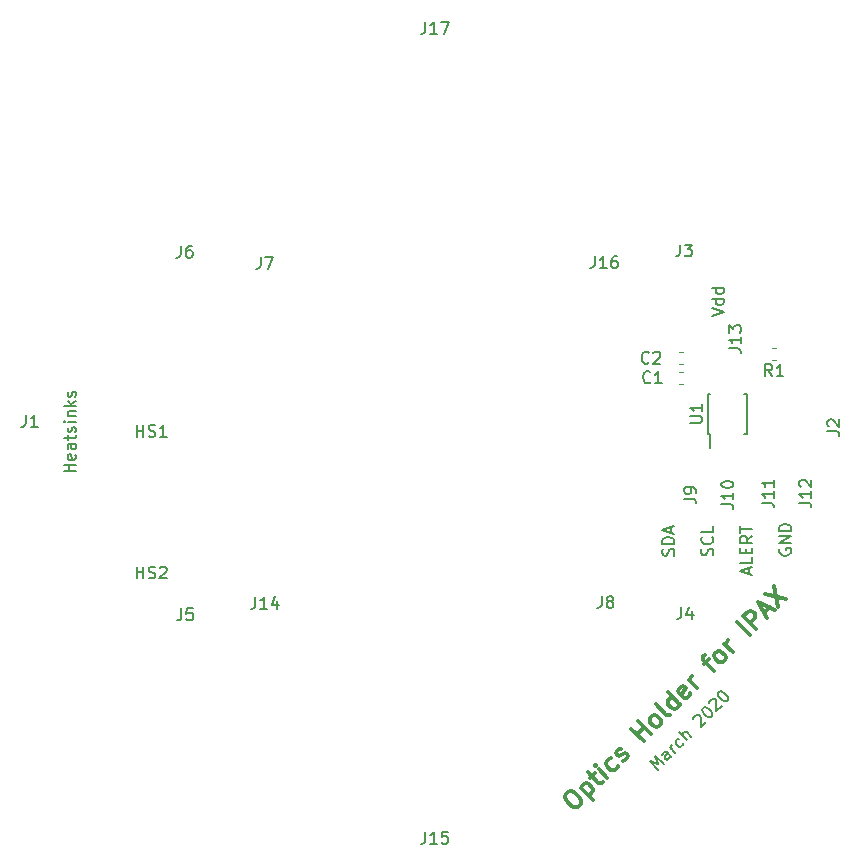
<source format=gbr>
G04 #@! TF.GenerationSoftware,KiCad,Pcbnew,(5.0.0)*
G04 #@! TF.CreationDate,2020-03-19T15:53:23-07:00*
G04 #@! TF.ProjectId,ring_illuminator,72696E675F696C6C756D696E61746F72,rev?*
G04 #@! TF.SameCoordinates,Original*
G04 #@! TF.FileFunction,Legend,Top*
G04 #@! TF.FilePolarity,Positive*
%FSLAX46Y46*%
G04 Gerber Fmt 4.6, Leading zero omitted, Abs format (unit mm)*
G04 Created by KiCad (PCBNEW (5.0.0)) date 03/19/20 15:53:23*
%MOMM*%
%LPD*%
G01*
G04 APERTURE LIST*
%ADD10C,0.200000*%
%ADD11C,0.300000*%
%ADD12C,0.120000*%
%ADD13C,0.150000*%
G04 APERTURE END LIST*
D10*
X-30408619Y-3738142D02*
X-31408619Y-3738142D01*
X-30932428Y-3738142D02*
X-30932428Y-3166714D01*
X-30408619Y-3166714D02*
X-31408619Y-3166714D01*
X-30456238Y-2309571D02*
X-30408619Y-2404809D01*
X-30408619Y-2595285D01*
X-30456238Y-2690523D01*
X-30551476Y-2738142D01*
X-30932428Y-2738142D01*
X-31027666Y-2690523D01*
X-31075285Y-2595285D01*
X-31075285Y-2404809D01*
X-31027666Y-2309571D01*
X-30932428Y-2261952D01*
X-30837190Y-2261952D01*
X-30741952Y-2738142D01*
X-30408619Y-1404809D02*
X-30932428Y-1404809D01*
X-31027666Y-1452428D01*
X-31075285Y-1547666D01*
X-31075285Y-1738142D01*
X-31027666Y-1833380D01*
X-30456238Y-1404809D02*
X-30408619Y-1500047D01*
X-30408619Y-1738142D01*
X-30456238Y-1833380D01*
X-30551476Y-1881000D01*
X-30646714Y-1881000D01*
X-30741952Y-1833380D01*
X-30789571Y-1738142D01*
X-30789571Y-1500047D01*
X-30837190Y-1404809D01*
X-31075285Y-1071476D02*
X-31075285Y-690523D01*
X-31408619Y-928619D02*
X-30551476Y-928619D01*
X-30456238Y-881000D01*
X-30408619Y-785761D01*
X-30408619Y-690523D01*
X-30456238Y-404809D02*
X-30408619Y-309571D01*
X-30408619Y-119095D01*
X-30456238Y-23857D01*
X-30551476Y23761D01*
X-30599095Y23761D01*
X-30694333Y-23857D01*
X-30741952Y-119095D01*
X-30741952Y-261952D01*
X-30789571Y-357190D01*
X-30884809Y-404809D01*
X-30932428Y-404809D01*
X-31027666Y-357190D01*
X-31075285Y-261952D01*
X-31075285Y-119095D01*
X-31027666Y-23857D01*
X-30408619Y452333D02*
X-31075285Y452333D01*
X-31408619Y452333D02*
X-31361000Y404714D01*
X-31313380Y452333D01*
X-31361000Y499952D01*
X-31408619Y452333D01*
X-31313380Y452333D01*
X-31075285Y928523D02*
X-30408619Y928523D01*
X-30980047Y928523D02*
X-31027666Y976142D01*
X-31075285Y1071380D01*
X-31075285Y1214238D01*
X-31027666Y1309476D01*
X-30932428Y1357095D01*
X-30408619Y1357095D01*
X-30408619Y1833285D02*
X-31408619Y1833285D01*
X-30789571Y1928523D02*
X-30408619Y2214238D01*
X-31075285Y2214238D02*
X-30694333Y1833285D01*
X-30456238Y2595190D02*
X-30408619Y2690428D01*
X-30408619Y2880904D01*
X-30456238Y2976142D01*
X-30551476Y3023761D01*
X-30599095Y3023761D01*
X-30694333Y2976142D01*
X-30741952Y2880904D01*
X-30741952Y2738047D01*
X-30789571Y2642809D01*
X-30884809Y2595190D01*
X-30932428Y2595190D01*
X-31027666Y2642809D01*
X-31075285Y2738047D01*
X-31075285Y2880904D01*
X-31027666Y2976142D01*
X18896259Y-28987503D02*
X18189153Y-28280396D01*
X18929931Y-28549770D01*
X18660557Y-27808992D01*
X19367664Y-28516098D01*
X20007427Y-27876335D02*
X19637038Y-27505946D01*
X19536023Y-27472274D01*
X19435007Y-27505946D01*
X19300320Y-27640633D01*
X19266649Y-27741648D01*
X19973755Y-27842663D02*
X19940084Y-27943679D01*
X19771725Y-28112037D01*
X19670710Y-28145709D01*
X19569694Y-28112037D01*
X19502351Y-28044694D01*
X19468679Y-27943679D01*
X19502351Y-27842663D01*
X19670710Y-27674305D01*
X19704381Y-27573289D01*
X20344145Y-27539618D02*
X19872740Y-27068213D01*
X20007427Y-27202900D02*
X19973755Y-27101885D01*
X19973755Y-27034541D01*
X20007427Y-26933526D01*
X20074771Y-26866183D01*
X21051251Y-26765167D02*
X21017580Y-26866183D01*
X20882893Y-27000870D01*
X20781877Y-27034541D01*
X20714534Y-27034541D01*
X20613519Y-27000870D01*
X20411488Y-26798839D01*
X20377816Y-26697824D01*
X20377816Y-26630480D01*
X20411488Y-26529465D01*
X20546175Y-26394778D01*
X20647190Y-26361106D01*
X21387969Y-26495793D02*
X20680862Y-25788687D01*
X21691015Y-26192748D02*
X21320625Y-25822358D01*
X21219610Y-25788687D01*
X21118595Y-25822358D01*
X21017580Y-25923374D01*
X20983908Y-26024389D01*
X20983908Y-26091732D01*
X21893045Y-24711190D02*
X21893045Y-24643847D01*
X21926717Y-24542832D01*
X22095076Y-24374473D01*
X22196091Y-24340801D01*
X22263435Y-24340801D01*
X22364450Y-24374473D01*
X22431793Y-24441816D01*
X22499137Y-24576503D01*
X22499137Y-25384625D01*
X22936870Y-24946893D01*
X22667496Y-23802053D02*
X22734839Y-23734710D01*
X22835854Y-23701038D01*
X22903198Y-23701038D01*
X23004213Y-23734710D01*
X23172572Y-23835725D01*
X23340931Y-24004084D01*
X23441946Y-24172442D01*
X23475618Y-24273458D01*
X23475618Y-24340801D01*
X23441946Y-24441816D01*
X23374602Y-24509160D01*
X23273587Y-24542832D01*
X23206244Y-24542832D01*
X23105228Y-24509160D01*
X22936870Y-24408145D01*
X22768511Y-24239786D01*
X22667496Y-24071427D01*
X22633824Y-23970412D01*
X22633824Y-23903068D01*
X22667496Y-23802053D01*
X23239915Y-23364320D02*
X23239915Y-23296977D01*
X23273587Y-23195962D01*
X23441946Y-23027603D01*
X23542961Y-22993931D01*
X23610305Y-22993931D01*
X23711320Y-23027603D01*
X23778663Y-23094946D01*
X23846007Y-23229633D01*
X23846007Y-24037755D01*
X24283740Y-23600023D01*
X24014366Y-22455183D02*
X24081709Y-22387840D01*
X24182724Y-22354168D01*
X24250068Y-22354168D01*
X24351083Y-22387840D01*
X24519442Y-22488855D01*
X24687801Y-22657214D01*
X24788816Y-22825572D01*
X24822488Y-22926588D01*
X24822488Y-22993931D01*
X24788816Y-23094946D01*
X24721472Y-23162290D01*
X24620457Y-23195962D01*
X24553114Y-23195962D01*
X24452098Y-23162290D01*
X24283740Y-23061275D01*
X24115381Y-22892916D01*
X24014366Y-22724557D01*
X23980694Y-22623542D01*
X23980694Y-22556198D01*
X24014366Y-22455183D01*
D11*
X11077104Y-31068220D02*
X11279134Y-30866189D01*
X11430657Y-30815682D01*
X11632688Y-30815682D01*
X11885226Y-30967205D01*
X12238779Y-31320758D01*
X12390302Y-31573296D01*
X12390302Y-31775327D01*
X12339794Y-31926850D01*
X12137764Y-32128880D01*
X11986241Y-32179388D01*
X11784210Y-32179388D01*
X11531672Y-32027865D01*
X11178119Y-31674311D01*
X11026596Y-31421773D01*
X11026596Y-31219743D01*
X11077104Y-31068220D01*
X12339794Y-30512636D02*
X13400455Y-31573296D01*
X12390302Y-30563144D02*
X12440810Y-30411621D01*
X12642840Y-30209590D01*
X12794363Y-30159083D01*
X12895378Y-30159083D01*
X13046901Y-30209590D01*
X13349947Y-30512636D01*
X13400455Y-30664159D01*
X13400455Y-30765174D01*
X13349947Y-30916697D01*
X13147916Y-31118727D01*
X12996394Y-31169235D01*
X13147916Y-29704514D02*
X13551977Y-29300453D01*
X12945886Y-29199438D02*
X13855023Y-30108575D01*
X14006546Y-30159083D01*
X14158069Y-30108575D01*
X14259084Y-30007560D01*
X14612638Y-29654006D02*
X13905531Y-28946900D01*
X13551977Y-28593346D02*
X13551977Y-28694361D01*
X13652993Y-28694361D01*
X13652993Y-28593346D01*
X13551977Y-28593346D01*
X13652993Y-28694361D01*
X15521775Y-28643854D02*
X15471267Y-28795377D01*
X15269237Y-28997407D01*
X15117714Y-29047915D01*
X15016699Y-29047915D01*
X14865176Y-28997407D01*
X14562130Y-28694361D01*
X14511622Y-28542838D01*
X14511622Y-28441823D01*
X14562130Y-28290300D01*
X14764161Y-28088270D01*
X14915683Y-28037762D01*
X15925836Y-28239793D02*
X16077359Y-28189285D01*
X16279389Y-27987255D01*
X16329897Y-27835732D01*
X16279389Y-27684209D01*
X16228882Y-27633701D01*
X16077359Y-27583194D01*
X15925836Y-27633701D01*
X15774313Y-27785224D01*
X15622790Y-27835732D01*
X15471267Y-27785224D01*
X15420760Y-27734716D01*
X15370252Y-27583194D01*
X15420760Y-27431671D01*
X15572283Y-27280148D01*
X15723805Y-27229640D01*
X17693603Y-26573041D02*
X16632943Y-25512381D01*
X17138019Y-26017457D02*
X17744111Y-25411366D01*
X18299694Y-25966950D02*
X17239034Y-24906289D01*
X18956294Y-25310350D02*
X18804771Y-25360858D01*
X18703755Y-25360858D01*
X18552233Y-25310350D01*
X18249187Y-25007305D01*
X18198679Y-24855782D01*
X18198679Y-24754766D01*
X18249187Y-24603244D01*
X18400710Y-24451721D01*
X18552233Y-24401213D01*
X18653248Y-24401213D01*
X18804771Y-24451721D01*
X19107816Y-24754766D01*
X19158324Y-24906289D01*
X19158324Y-25007305D01*
X19107816Y-25158827D01*
X18956294Y-25310350D01*
X19915938Y-24350705D02*
X19764416Y-24401213D01*
X19612893Y-24350705D01*
X18703755Y-23441568D01*
X20774568Y-23492076D02*
X19713908Y-22431416D01*
X20724061Y-23441568D02*
X20673553Y-23593091D01*
X20471522Y-23795122D01*
X20320000Y-23845629D01*
X20218984Y-23845629D01*
X20067461Y-23795122D01*
X19764416Y-23492076D01*
X19713908Y-23340553D01*
X19713908Y-23239538D01*
X19764416Y-23088015D01*
X19966446Y-22885984D01*
X20117969Y-22835477D01*
X21633198Y-22532431D02*
X21582690Y-22683954D01*
X21380660Y-22885984D01*
X21229137Y-22936492D01*
X21077614Y-22885984D01*
X20673553Y-22481923D01*
X20623045Y-22330400D01*
X20673553Y-22178877D01*
X20875583Y-21976847D01*
X21027106Y-21926339D01*
X21178629Y-21976847D01*
X21279644Y-22077862D01*
X20875583Y-22683954D01*
X22188782Y-22077862D02*
X21481675Y-21370755D01*
X21683705Y-21572786D02*
X21633198Y-21421263D01*
X21633198Y-21320248D01*
X21683705Y-21168725D01*
X21784721Y-21067710D01*
X22794873Y-20057557D02*
X23198934Y-19653496D01*
X23653503Y-20613141D02*
X22744366Y-19704004D01*
X22693858Y-19552481D01*
X22744366Y-19400958D01*
X22845381Y-19299943D01*
X24411117Y-19855527D02*
X24259594Y-19906034D01*
X24158579Y-19906034D01*
X24007056Y-19855527D01*
X23704011Y-19552481D01*
X23653503Y-19400958D01*
X23653503Y-19299943D01*
X23704011Y-19148420D01*
X23855533Y-18996897D01*
X24007056Y-18946389D01*
X24108072Y-18946389D01*
X24259594Y-18996897D01*
X24562640Y-19299943D01*
X24613148Y-19451466D01*
X24613148Y-19552481D01*
X24562640Y-19704004D01*
X24411117Y-19855527D01*
X25219239Y-19047405D02*
X24512133Y-18340298D01*
X24714163Y-18542328D02*
X24663655Y-18390805D01*
X24663655Y-18289790D01*
X24714163Y-18138267D01*
X24815178Y-18037252D01*
X26683961Y-17582683D02*
X25623300Y-16522023D01*
X27189037Y-17077607D02*
X26128377Y-16016947D01*
X26532438Y-15612886D01*
X26683961Y-15562378D01*
X26784976Y-15562378D01*
X26936499Y-15612886D01*
X27088022Y-15764409D01*
X27138529Y-15915932D01*
X27138529Y-16016947D01*
X27088022Y-16168470D01*
X26683961Y-16572531D01*
X27896144Y-15764409D02*
X28401220Y-15259333D01*
X28098174Y-16168470D02*
X27391067Y-14754256D01*
X28805281Y-15461363D01*
X27997159Y-14148165D02*
X29764926Y-14501718D01*
X28704266Y-13441058D02*
X29057819Y-15208825D01*
D10*
X23455380Y9429904D02*
X24455380Y9763238D01*
X23455380Y10096571D01*
X24455380Y10858476D02*
X23455380Y10858476D01*
X24407761Y10858476D02*
X24455380Y10763238D01*
X24455380Y10572761D01*
X24407761Y10477523D01*
X24360142Y10429904D01*
X24264904Y10382285D01*
X23979190Y10382285D01*
X23883952Y10429904D01*
X23836333Y10477523D01*
X23788714Y10572761D01*
X23788714Y10763238D01*
X23836333Y10858476D01*
X24455380Y11763238D02*
X23455380Y11763238D01*
X24407761Y11763238D02*
X24455380Y11668000D01*
X24455380Y11477523D01*
X24407761Y11382285D01*
X24360142Y11334666D01*
X24264904Y11287047D01*
X23979190Y11287047D01*
X23883952Y11334666D01*
X23836333Y11382285D01*
X23788714Y11477523D01*
X23788714Y11668000D01*
X23836333Y11763238D01*
X29218000Y-10286904D02*
X29170380Y-10382142D01*
X29170380Y-10525000D01*
X29218000Y-10667857D01*
X29313238Y-10763095D01*
X29408476Y-10810714D01*
X29598952Y-10858333D01*
X29741809Y-10858333D01*
X29932285Y-10810714D01*
X30027523Y-10763095D01*
X30122761Y-10667857D01*
X30170380Y-10525000D01*
X30170380Y-10429761D01*
X30122761Y-10286904D01*
X30075142Y-10239285D01*
X29741809Y-10239285D01*
X29741809Y-10429761D01*
X30170380Y-9810714D02*
X29170380Y-9810714D01*
X30170380Y-9239285D01*
X29170380Y-9239285D01*
X30170380Y-8763095D02*
X29170380Y-8763095D01*
X29170380Y-8525000D01*
X29218000Y-8382142D01*
X29313238Y-8286904D01*
X29408476Y-8239285D01*
X29598952Y-8191666D01*
X29741809Y-8191666D01*
X29932285Y-8239285D01*
X30027523Y-8286904D01*
X30122761Y-8382142D01*
X30170380Y-8525000D01*
X30170380Y-8763095D01*
X26582666Y-12390190D02*
X26582666Y-11914000D01*
X26868380Y-12485428D02*
X25868380Y-12152095D01*
X26868380Y-11818761D01*
X26868380Y-11009238D02*
X26868380Y-11485428D01*
X25868380Y-11485428D01*
X26344571Y-10675904D02*
X26344571Y-10342571D01*
X26868380Y-10199714D02*
X26868380Y-10675904D01*
X25868380Y-10675904D01*
X25868380Y-10199714D01*
X26868380Y-9199714D02*
X26392190Y-9533047D01*
X26868380Y-9771142D02*
X25868380Y-9771142D01*
X25868380Y-9390190D01*
X25916000Y-9294952D01*
X25963619Y-9247333D01*
X26058857Y-9199714D01*
X26201714Y-9199714D01*
X26296952Y-9247333D01*
X26344571Y-9294952D01*
X26392190Y-9390190D01*
X26392190Y-9771142D01*
X25868380Y-8914000D02*
X25868380Y-8342571D01*
X26868380Y-8628285D02*
X25868380Y-8628285D01*
X23518761Y-10842476D02*
X23566380Y-10699619D01*
X23566380Y-10461523D01*
X23518761Y-10366285D01*
X23471142Y-10318666D01*
X23375904Y-10271047D01*
X23280666Y-10271047D01*
X23185428Y-10318666D01*
X23137809Y-10366285D01*
X23090190Y-10461523D01*
X23042571Y-10652000D01*
X22994952Y-10747238D01*
X22947333Y-10794857D01*
X22852095Y-10842476D01*
X22756857Y-10842476D01*
X22661619Y-10794857D01*
X22614000Y-10747238D01*
X22566380Y-10652000D01*
X22566380Y-10413904D01*
X22614000Y-10271047D01*
X23471142Y-9271047D02*
X23518761Y-9318666D01*
X23566380Y-9461523D01*
X23566380Y-9556761D01*
X23518761Y-9699619D01*
X23423523Y-9794857D01*
X23328285Y-9842476D01*
X23137809Y-9890095D01*
X22994952Y-9890095D01*
X22804476Y-9842476D01*
X22709238Y-9794857D01*
X22614000Y-9699619D01*
X22566380Y-9556761D01*
X22566380Y-9461523D01*
X22614000Y-9318666D01*
X22661619Y-9271047D01*
X23566380Y-8366285D02*
X23566380Y-8842476D01*
X22566380Y-8842476D01*
X20216761Y-10866285D02*
X20264380Y-10723428D01*
X20264380Y-10485333D01*
X20216761Y-10390095D01*
X20169142Y-10342476D01*
X20073904Y-10294857D01*
X19978666Y-10294857D01*
X19883428Y-10342476D01*
X19835809Y-10390095D01*
X19788190Y-10485333D01*
X19740571Y-10675809D01*
X19692952Y-10771047D01*
X19645333Y-10818666D01*
X19550095Y-10866285D01*
X19454857Y-10866285D01*
X19359619Y-10818666D01*
X19312000Y-10771047D01*
X19264380Y-10675809D01*
X19264380Y-10437714D01*
X19312000Y-10294857D01*
X20264380Y-9866285D02*
X19264380Y-9866285D01*
X19264380Y-9628190D01*
X19312000Y-9485333D01*
X19407238Y-9390095D01*
X19502476Y-9342476D01*
X19692952Y-9294857D01*
X19835809Y-9294857D01*
X20026285Y-9342476D01*
X20121523Y-9390095D01*
X20216761Y-9485333D01*
X20264380Y-9628190D01*
X20264380Y-9866285D01*
X19978666Y-8913904D02*
X19978666Y-8437714D01*
X20264380Y-9009142D02*
X19264380Y-8675809D01*
X20264380Y-8342476D01*
D12*
G04 #@! TO.C,C1*
X21016279Y4701000D02*
X20690721Y4701000D01*
X21016279Y3681000D02*
X20690721Y3681000D01*
G04 #@! TO.C,C2*
X21016279Y5332000D02*
X20690721Y5332000D01*
X21016279Y6352000D02*
X20690721Y6352000D01*
D13*
G04 #@! TO.C,U1*
X23090000Y-532000D02*
X23265000Y-532000D01*
X23090000Y2818000D02*
X23340000Y2818000D01*
X26440000Y2818000D02*
X26190000Y2818000D01*
X26440000Y-532000D02*
X26190000Y-532000D01*
X23090000Y-532000D02*
X23090000Y2818000D01*
X26440000Y-532000D02*
X26440000Y2818000D01*
X23265000Y-532000D02*
X23265000Y-1782000D01*
D12*
G04 #@! TO.C,R1*
X28890279Y5713000D02*
X28564721Y5713000D01*
X28890279Y6733000D02*
X28564721Y6733000D01*
G04 #@! TO.C,C1*
D13*
X18248333Y3833857D02*
X18200714Y3786238D01*
X18057857Y3738619D01*
X17962619Y3738619D01*
X17819761Y3786238D01*
X17724523Y3881476D01*
X17676904Y3976714D01*
X17629285Y4167190D01*
X17629285Y4310047D01*
X17676904Y4500523D01*
X17724523Y4595761D01*
X17819761Y4691000D01*
X17962619Y4738619D01*
X18057857Y4738619D01*
X18200714Y4691000D01*
X18248333Y4643380D01*
X19200714Y3738619D02*
X18629285Y3738619D01*
X18915000Y3738619D02*
X18915000Y4738619D01*
X18819761Y4595761D01*
X18724523Y4500523D01*
X18629285Y4452904D01*
G04 #@! TO.C,C2*
X18121333Y5484857D02*
X18073714Y5437238D01*
X17930857Y5389619D01*
X17835619Y5389619D01*
X17692761Y5437238D01*
X17597523Y5532476D01*
X17549904Y5627714D01*
X17502285Y5818190D01*
X17502285Y5961047D01*
X17549904Y6151523D01*
X17597523Y6246761D01*
X17692761Y6342000D01*
X17835619Y6389619D01*
X17930857Y6389619D01*
X18073714Y6342000D01*
X18121333Y6294380D01*
X18502285Y6294380D02*
X18549904Y6342000D01*
X18645142Y6389619D01*
X18883238Y6389619D01*
X18978476Y6342000D01*
X19026095Y6294380D01*
X19073714Y6199142D01*
X19073714Y6103904D01*
X19026095Y5961047D01*
X18454666Y5389619D01*
X19073714Y5389619D01*
G04 #@! TO.C,U1*
X21617380Y381095D02*
X22426904Y381095D01*
X22522142Y428714D01*
X22569761Y476333D01*
X22617380Y571571D01*
X22617380Y762047D01*
X22569761Y857285D01*
X22522142Y904904D01*
X22426904Y952523D01*
X21617380Y952523D01*
X22617380Y1952523D02*
X22617380Y1381095D01*
X22617380Y1666809D02*
X21617380Y1666809D01*
X21760238Y1571571D01*
X21855476Y1476333D01*
X21903095Y1381095D01*
G04 #@! TO.C,R1*
X28560833Y4340619D02*
X28227500Y4816809D01*
X27989404Y4340619D02*
X27989404Y5340619D01*
X28370357Y5340619D01*
X28465595Y5293000D01*
X28513214Y5245380D01*
X28560833Y5150142D01*
X28560833Y5007285D01*
X28513214Y4912047D01*
X28465595Y4864428D01*
X28370357Y4816809D01*
X27989404Y4816809D01*
X29513214Y4340619D02*
X28941785Y4340619D01*
X29227500Y4340619D02*
X29227500Y5340619D01*
X29132261Y5197761D01*
X29037023Y5102523D01*
X28941785Y5054904D01*
G04 #@! TO.C,J13*
X24903180Y6683476D02*
X25617466Y6683476D01*
X25760323Y6635857D01*
X25855561Y6540619D01*
X25903180Y6397761D01*
X25903180Y6302523D01*
X25903180Y7683476D02*
X25903180Y7112047D01*
X25903180Y7397761D02*
X24903180Y7397761D01*
X25046038Y7302523D01*
X25141276Y7207285D01*
X25188895Y7112047D01*
X24903180Y8016809D02*
X24903180Y8635857D01*
X25284133Y8302523D01*
X25284133Y8445380D01*
X25331752Y8540619D01*
X25379371Y8588238D01*
X25474609Y8635857D01*
X25712704Y8635857D01*
X25807942Y8588238D01*
X25855561Y8540619D01*
X25903180Y8445380D01*
X25903180Y8159666D01*
X25855561Y8064428D01*
X25807942Y8016809D01*
G04 #@! TO.C,J12*
X30872180Y-6397523D02*
X31586466Y-6397523D01*
X31729323Y-6445142D01*
X31824561Y-6540380D01*
X31872180Y-6683238D01*
X31872180Y-6778476D01*
X31872180Y-5397523D02*
X31872180Y-5968952D01*
X31872180Y-5683238D02*
X30872180Y-5683238D01*
X31015038Y-5778476D01*
X31110276Y-5873714D01*
X31157895Y-5968952D01*
X30967419Y-5016571D02*
X30919800Y-4968952D01*
X30872180Y-4873714D01*
X30872180Y-4635619D01*
X30919800Y-4540380D01*
X30967419Y-4492761D01*
X31062657Y-4445142D01*
X31157895Y-4445142D01*
X31300752Y-4492761D01*
X31872180Y-5064190D01*
X31872180Y-4445142D01*
G04 #@! TO.C,J11*
X27697180Y-6397523D02*
X28411466Y-6397523D01*
X28554323Y-6445142D01*
X28649561Y-6540380D01*
X28697180Y-6683238D01*
X28697180Y-6778476D01*
X28697180Y-5397523D02*
X28697180Y-5968952D01*
X28697180Y-5683238D02*
X27697180Y-5683238D01*
X27840038Y-5778476D01*
X27935276Y-5873714D01*
X27982895Y-5968952D01*
X28697180Y-4445142D02*
X28697180Y-5016571D01*
X28697180Y-4730857D02*
X27697180Y-4730857D01*
X27840038Y-4826095D01*
X27935276Y-4921333D01*
X27982895Y-5016571D01*
G04 #@! TO.C,J10*
X24268180Y-6524523D02*
X24982466Y-6524523D01*
X25125323Y-6572142D01*
X25220561Y-6667380D01*
X25268180Y-6810238D01*
X25268180Y-6905476D01*
X25268180Y-5524523D02*
X25268180Y-6095952D01*
X25268180Y-5810238D02*
X24268180Y-5810238D01*
X24411038Y-5905476D01*
X24506276Y-6000714D01*
X24553895Y-6095952D01*
X24268180Y-4905476D02*
X24268180Y-4810238D01*
X24315800Y-4715000D01*
X24363419Y-4667380D01*
X24458657Y-4619761D01*
X24649133Y-4572142D01*
X24887228Y-4572142D01*
X25077704Y-4619761D01*
X25172942Y-4667380D01*
X25220561Y-4715000D01*
X25268180Y-4810238D01*
X25268180Y-4905476D01*
X25220561Y-5000714D01*
X25172942Y-5048333D01*
X25077704Y-5095952D01*
X24887228Y-5143571D01*
X24649133Y-5143571D01*
X24458657Y-5095952D01*
X24363419Y-5048333D01*
X24315800Y-5000714D01*
X24268180Y-4905476D01*
G04 #@! TO.C,J9*
X21093180Y-6048333D02*
X21807466Y-6048333D01*
X21950323Y-6095952D01*
X22045561Y-6191190D01*
X22093180Y-6334047D01*
X22093180Y-6429285D01*
X22093180Y-5524523D02*
X22093180Y-5334047D01*
X22045561Y-5238809D01*
X21997942Y-5191190D01*
X21855085Y-5095952D01*
X21664609Y-5048333D01*
X21283657Y-5048333D01*
X21188419Y-5095952D01*
X21140800Y-5143571D01*
X21093180Y-5238809D01*
X21093180Y-5429285D01*
X21140800Y-5524523D01*
X21188419Y-5572142D01*
X21283657Y-5619761D01*
X21521752Y-5619761D01*
X21616990Y-5572142D01*
X21664609Y-5524523D01*
X21712228Y-5429285D01*
X21712228Y-5238809D01*
X21664609Y-5143571D01*
X21616990Y-5095952D01*
X21521752Y-5048333D01*
G04 #@! TO.C,J17*
X-809523Y34337619D02*
X-809523Y33623333D01*
X-857142Y33480476D01*
X-952380Y33385238D01*
X-1095238Y33337619D01*
X-1190476Y33337619D01*
X190476Y33337619D02*
X-380952Y33337619D01*
X-95238Y33337619D02*
X-95238Y34337619D01*
X-190476Y34194761D01*
X-285714Y34099523D01*
X-380952Y34051904D01*
X523809Y34337619D02*
X1190476Y34337619D01*
X761904Y33337619D01*
G04 #@! TO.C,J14*
X-15189023Y-14366260D02*
X-15189023Y-15080546D01*
X-15236642Y-15223403D01*
X-15331880Y-15318641D01*
X-15474738Y-15366260D01*
X-15569976Y-15366260D01*
X-14189023Y-15366260D02*
X-14760452Y-15366260D01*
X-14474738Y-15366260D02*
X-14474738Y-14366260D01*
X-14569976Y-14509118D01*
X-14665214Y-14604356D01*
X-14760452Y-14651975D01*
X-13331880Y-14699594D02*
X-13331880Y-15366260D01*
X-13569976Y-14318641D02*
X-13808071Y-15032927D01*
X-13189023Y-15032927D01*
G04 #@! TO.C,J15*
X-809523Y-34242380D02*
X-809523Y-34956666D01*
X-857142Y-35099523D01*
X-952380Y-35194761D01*
X-1095238Y-35242380D01*
X-1190476Y-35242380D01*
X190476Y-35242380D02*
X-380952Y-35242380D01*
X-95238Y-35242380D02*
X-95238Y-34242380D01*
X-190476Y-34385238D01*
X-285714Y-34480476D01*
X-380952Y-34528095D01*
X1095238Y-34242380D02*
X619047Y-34242380D01*
X571428Y-34718571D01*
X619047Y-34670952D01*
X714285Y-34623333D01*
X952380Y-34623333D01*
X1047619Y-34670952D01*
X1095238Y-34718571D01*
X1142857Y-34813809D01*
X1142857Y-35051904D01*
X1095238Y-35147142D01*
X1047619Y-35194761D01*
X952380Y-35242380D01*
X714285Y-35242380D01*
X619047Y-35194761D01*
X571428Y-35147142D01*
G04 #@! TO.C,J16*
X13546986Y14484419D02*
X13546986Y13770133D01*
X13499367Y13627276D01*
X13404129Y13532038D01*
X13261271Y13484419D01*
X13166033Y13484419D01*
X14546986Y13484419D02*
X13975557Y13484419D01*
X14261271Y13484419D02*
X14261271Y14484419D01*
X14166033Y14341561D01*
X14070795Y14246323D01*
X13975557Y14198704D01*
X15404129Y14484419D02*
X15213652Y14484419D01*
X15118414Y14436800D01*
X15070795Y14389180D01*
X14975557Y14246323D01*
X14927938Y14055847D01*
X14927938Y13674895D01*
X14975557Y13579657D01*
X15023176Y13532038D01*
X15118414Y13484419D01*
X15308890Y13484419D01*
X15404129Y13532038D01*
X15451748Y13579657D01*
X15499367Y13674895D01*
X15499367Y13912990D01*
X15451748Y14008228D01*
X15404129Y14055847D01*
X15308890Y14103466D01*
X15118414Y14103466D01*
X15023176Y14055847D01*
X14975557Y14008228D01*
X14927938Y13912990D01*
G04 #@! TO.C,HS2*
X-25238095Y-12802380D02*
X-25238095Y-11802380D01*
X-25238095Y-12278571D02*
X-24666666Y-12278571D01*
X-24666666Y-12802380D02*
X-24666666Y-11802380D01*
X-24238095Y-12754761D02*
X-24095238Y-12802380D01*
X-23857142Y-12802380D01*
X-23761904Y-12754761D01*
X-23714285Y-12707142D01*
X-23666666Y-12611904D01*
X-23666666Y-12516666D01*
X-23714285Y-12421428D01*
X-23761904Y-12373809D01*
X-23857142Y-12326190D01*
X-24047619Y-12278571D01*
X-24142857Y-12230952D01*
X-24190476Y-12183333D01*
X-24238095Y-12088095D01*
X-24238095Y-11992857D01*
X-24190476Y-11897619D01*
X-24142857Y-11850000D01*
X-24047619Y-11802380D01*
X-23809523Y-11802380D01*
X-23666666Y-11850000D01*
X-23285714Y-11897619D02*
X-23238095Y-11850000D01*
X-23142857Y-11802380D01*
X-22904761Y-11802380D01*
X-22809523Y-11850000D01*
X-22761904Y-11897619D01*
X-22714285Y-11992857D01*
X-22714285Y-12088095D01*
X-22761904Y-12230952D01*
X-23333333Y-12802380D01*
X-22714285Y-12802380D01*
G04 #@! TO.C,HS1*
X-25238095Y-802380D02*
X-25238095Y197619D01*
X-25238095Y-278571D02*
X-24666666Y-278571D01*
X-24666666Y-802380D02*
X-24666666Y197619D01*
X-24238095Y-754761D02*
X-24095238Y-802380D01*
X-23857142Y-802380D01*
X-23761904Y-754761D01*
X-23714285Y-707142D01*
X-23666666Y-611904D01*
X-23666666Y-516666D01*
X-23714285Y-421428D01*
X-23761904Y-373809D01*
X-23857142Y-326190D01*
X-24047619Y-278571D01*
X-24142857Y-230952D01*
X-24190476Y-183333D01*
X-24238095Y-88095D01*
X-24238095Y7142D01*
X-24190476Y102380D01*
X-24142857Y150000D01*
X-24047619Y197619D01*
X-23809523Y197619D01*
X-23666666Y150000D01*
X-22714285Y-802380D02*
X-23285714Y-802380D01*
X-23000000Y-802380D02*
X-23000000Y197619D01*
X-23095238Y54761D01*
X-23190476Y-40476D01*
X-23285714Y-88095D01*
G04 #@! TO.C,J2*
X33242380Y-333333D02*
X33956666Y-333333D01*
X34099523Y-380952D01*
X34194761Y-476190D01*
X34242380Y-619047D01*
X34242380Y-714285D01*
X33337619Y95238D02*
X33290000Y142857D01*
X33242380Y238095D01*
X33242380Y476190D01*
X33290000Y571428D01*
X33337619Y619047D01*
X33432857Y666666D01*
X33528095Y666666D01*
X33670952Y619047D01*
X34242380Y47619D01*
X34242380Y666666D01*
G04 #@! TO.C,J1*
X-34623333Y1047619D02*
X-34623333Y333333D01*
X-34670952Y190476D01*
X-34766190Y95238D01*
X-34909047Y47619D01*
X-35004285Y47619D01*
X-33623333Y47619D02*
X-34194761Y47619D01*
X-33909047Y47619D02*
X-33909047Y1047619D01*
X-34004285Y904761D01*
X-34099523Y809523D01*
X-34194761Y761904D01*
G04 #@! TO.C,J8*
X14114856Y-14297390D02*
X14114856Y-15011676D01*
X14067237Y-15154533D01*
X13971999Y-15249771D01*
X13829142Y-15297390D01*
X13733904Y-15297390D01*
X14733904Y-14725962D02*
X14638666Y-14678343D01*
X14591047Y-14630724D01*
X14543428Y-14535486D01*
X14543428Y-14487867D01*
X14591047Y-14392629D01*
X14638666Y-14345010D01*
X14733904Y-14297390D01*
X14924380Y-14297390D01*
X15019618Y-14345010D01*
X15067237Y-14392629D01*
X15114856Y-14487867D01*
X15114856Y-14535486D01*
X15067237Y-14630724D01*
X15019618Y-14678343D01*
X14924380Y-14725962D01*
X14733904Y-14725962D01*
X14638666Y-14773581D01*
X14591047Y-14821200D01*
X14543428Y-14916438D01*
X14543428Y-15106914D01*
X14591047Y-15202152D01*
X14638666Y-15249771D01*
X14733904Y-15297390D01*
X14924380Y-15297390D01*
X15019618Y-15249771D01*
X15067237Y-15202152D01*
X15114856Y-15106914D01*
X15114856Y-14916438D01*
X15067237Y-14821200D01*
X15019618Y-14773581D01*
X14924380Y-14725962D01*
G04 #@! TO.C,J7*
X-14758633Y14415619D02*
X-14758633Y13701333D01*
X-14806252Y13558476D01*
X-14901490Y13463238D01*
X-15044347Y13415619D01*
X-15139585Y13415619D01*
X-14377680Y14415619D02*
X-13711014Y14415619D01*
X-14139585Y13415619D01*
G04 #@! TO.C,J6*
X-21502233Y15366019D02*
X-21502233Y14651733D01*
X-21549852Y14508876D01*
X-21645090Y14413638D01*
X-21787947Y14366019D01*
X-21883185Y14366019D01*
X-20597471Y15366019D02*
X-20787947Y15366019D01*
X-20883185Y15318400D01*
X-20930804Y15270780D01*
X-21026042Y15127923D01*
X-21073661Y14937447D01*
X-21073661Y14556495D01*
X-21026042Y14461257D01*
X-20978423Y14413638D01*
X-20883185Y14366019D01*
X-20692709Y14366019D01*
X-20597471Y14413638D01*
X-20549852Y14461257D01*
X-20502233Y14556495D01*
X-20502233Y14794590D01*
X-20549852Y14889828D01*
X-20597471Y14937447D01*
X-20692709Y14985066D01*
X-20883185Y14985066D01*
X-20978423Y14937447D01*
X-21026042Y14889828D01*
X-21073661Y14794590D01*
G04 #@! TO.C,J5*
X-21453333Y-15338130D02*
X-21453333Y-16052416D01*
X-21500952Y-16195273D01*
X-21596190Y-16290511D01*
X-21739047Y-16338130D01*
X-21834285Y-16338130D01*
X-20500952Y-15338130D02*
X-20977142Y-15338130D01*
X-21024761Y-15814321D01*
X-20977142Y-15766702D01*
X-20881904Y-15719083D01*
X-20643809Y-15719083D01*
X-20548571Y-15766702D01*
X-20500952Y-15814321D01*
X-20453333Y-15909559D01*
X-20453333Y-16147654D01*
X-20500952Y-16242892D01*
X-20548571Y-16290511D01*
X-20643809Y-16338130D01*
X-20881904Y-16338130D01*
X-20977142Y-16290511D01*
X-21024761Y-16242892D01*
G04 #@! TO.C,J4*
X20859966Y-15237040D02*
X20859966Y-15951326D01*
X20812347Y-16094183D01*
X20717109Y-16189421D01*
X20574252Y-16237040D01*
X20479014Y-16237040D01*
X21764728Y-15570374D02*
X21764728Y-16237040D01*
X21526633Y-15189421D02*
X21288538Y-15903707D01*
X21907585Y-15903707D01*
G04 #@! TO.C,J3*
X20762166Y15467019D02*
X20762166Y14752733D01*
X20714547Y14609876D01*
X20619309Y14514638D01*
X20476452Y14467019D01*
X20381214Y14467019D01*
X21143119Y15467019D02*
X21762166Y15467019D01*
X21428833Y15086066D01*
X21571690Y15086066D01*
X21666928Y15038447D01*
X21714547Y14990828D01*
X21762166Y14895590D01*
X21762166Y14657495D01*
X21714547Y14562257D01*
X21666928Y14514638D01*
X21571690Y14467019D01*
X21285976Y14467019D01*
X21190738Y14514638D01*
X21143119Y14562257D01*
G04 #@! TD*
M02*

</source>
